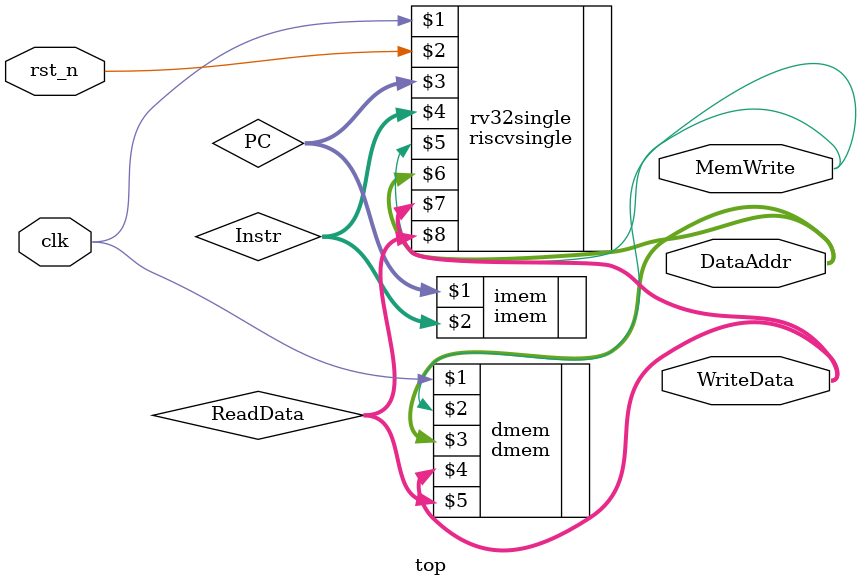
<source format=sv>
module top(input logic clk, rst_n,
            output logic [31:0] WriteData, DataAddr,
            output logic MemWrite);
    
    logic [31:0] PC, Instr, ReadData;

    riscvsingle rv32single(clk, rst_n, PC, Instr, MemWrite, DataAddr, WriteData, ReadData);

    imem imem(PC, Instr);
    dmem dmem(clk, MemWrite, DataAddr, WriteData, ReadData);
endmodule
</source>
